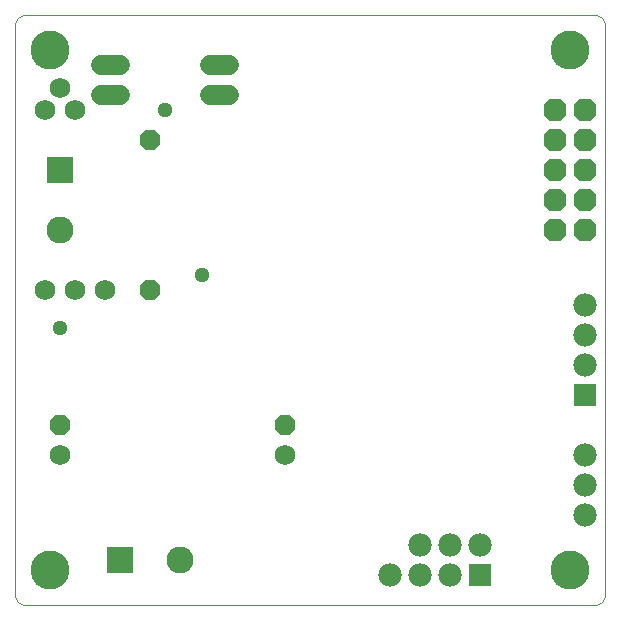
<source format=gbs>
G75*
G70*
%OFA0B0*%
%FSLAX24Y24*%
%IPPOS*%
%LPD*%
%AMOC8*
5,1,8,0,0,1.08239X$1,22.5*
%
%ADD10C,0.0000*%
%ADD11C,0.1300*%
%ADD12C,0.0512*%
%ADD13R,0.0780X0.0780*%
%ADD14C,0.0780*%
%ADD15C,0.0680*%
%ADD16R,0.0900X0.0900*%
%ADD17C,0.0900*%
%ADD18OC8,0.0680*%
%ADD19OC8,0.0760*%
%ADD20C,0.0680*%
%ADD21C,0.0690*%
D10*
X000160Y000554D02*
X000160Y019451D01*
X000162Y019490D01*
X000168Y019528D01*
X000177Y019565D01*
X000190Y019602D01*
X000207Y019637D01*
X000226Y019670D01*
X000249Y019701D01*
X000275Y019730D01*
X000304Y019756D01*
X000335Y019779D01*
X000368Y019798D01*
X000403Y019815D01*
X000440Y019828D01*
X000477Y019837D01*
X000515Y019843D01*
X000554Y019845D01*
X019451Y019845D01*
X019490Y019843D01*
X019528Y019837D01*
X019565Y019828D01*
X019602Y019815D01*
X019637Y019798D01*
X019670Y019779D01*
X019701Y019756D01*
X019730Y019730D01*
X019756Y019701D01*
X019779Y019670D01*
X019798Y019637D01*
X019815Y019602D01*
X019828Y019565D01*
X019837Y019528D01*
X019843Y019490D01*
X019845Y019451D01*
X019845Y000554D01*
X019843Y000515D01*
X019837Y000477D01*
X019828Y000440D01*
X019815Y000403D01*
X019798Y000368D01*
X019779Y000335D01*
X019756Y000304D01*
X019730Y000275D01*
X019701Y000249D01*
X019670Y000226D01*
X019637Y000207D01*
X019602Y000190D01*
X019565Y000177D01*
X019528Y000168D01*
X019490Y000162D01*
X019451Y000160D01*
X000554Y000160D01*
X000515Y000162D01*
X000477Y000168D01*
X000440Y000177D01*
X000403Y000190D01*
X000368Y000207D01*
X000335Y000226D01*
X000304Y000249D01*
X000275Y000275D01*
X000249Y000304D01*
X000226Y000335D01*
X000207Y000368D01*
X000190Y000403D01*
X000177Y000440D01*
X000168Y000477D01*
X000162Y000515D01*
X000160Y000554D01*
D11*
X001341Y001341D03*
X001341Y018664D03*
X018664Y018664D03*
X018664Y001341D03*
D12*
X006410Y011160D03*
X001660Y009410D03*
X005160Y016660D03*
D13*
X019160Y007160D03*
X015660Y001160D03*
D14*
X015660Y002160D03*
X014660Y002160D03*
X014660Y001160D03*
X013660Y001160D03*
X013660Y002160D03*
X012660Y001160D03*
X019160Y003160D03*
X019160Y004160D03*
X019160Y005160D03*
X019160Y008160D03*
X019160Y009160D03*
X019160Y010160D03*
D15*
X007300Y017160D02*
X006660Y017160D01*
X006660Y018160D02*
X007300Y018160D01*
X003660Y018160D02*
X003020Y018160D01*
X003020Y017160D02*
X003660Y017160D01*
D16*
X001660Y014660D03*
X003660Y001660D03*
D17*
X005660Y001660D03*
X001660Y012660D03*
D18*
X004660Y010660D03*
X001660Y006160D03*
X009160Y006160D03*
X004660Y015660D03*
D19*
X018160Y015660D03*
X018160Y014660D03*
X018160Y013660D03*
X018160Y012660D03*
X019160Y012660D03*
X019160Y013660D03*
X019160Y014660D03*
X019160Y015660D03*
X019160Y016660D03*
X018160Y016660D03*
D20*
X009160Y005160D03*
X001660Y005160D03*
D21*
X001160Y010660D03*
X002160Y010660D03*
X003160Y010660D03*
X002160Y016660D03*
X001660Y017410D03*
X001160Y016660D03*
M02*

</source>
